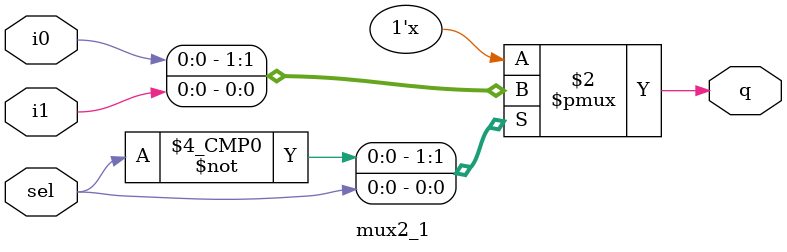
<source format=v>
`timescale 1ns / 1ps

module mux2_1(q,i1,i0,sel);

    input wire i0;
    input wire i1;  
    input wire sel;
    output reg q;
    
    // not (u,sel);
    // and (m,sel,i1);
    // and (n,u,i0);
    // or (q,m,n);
	always @( sel or i0 or i1 )
	begin
	   case( sel )
	       0 : q = i0;
	       1 : q = i1;
	   endcase
	end
endmodule


</source>
